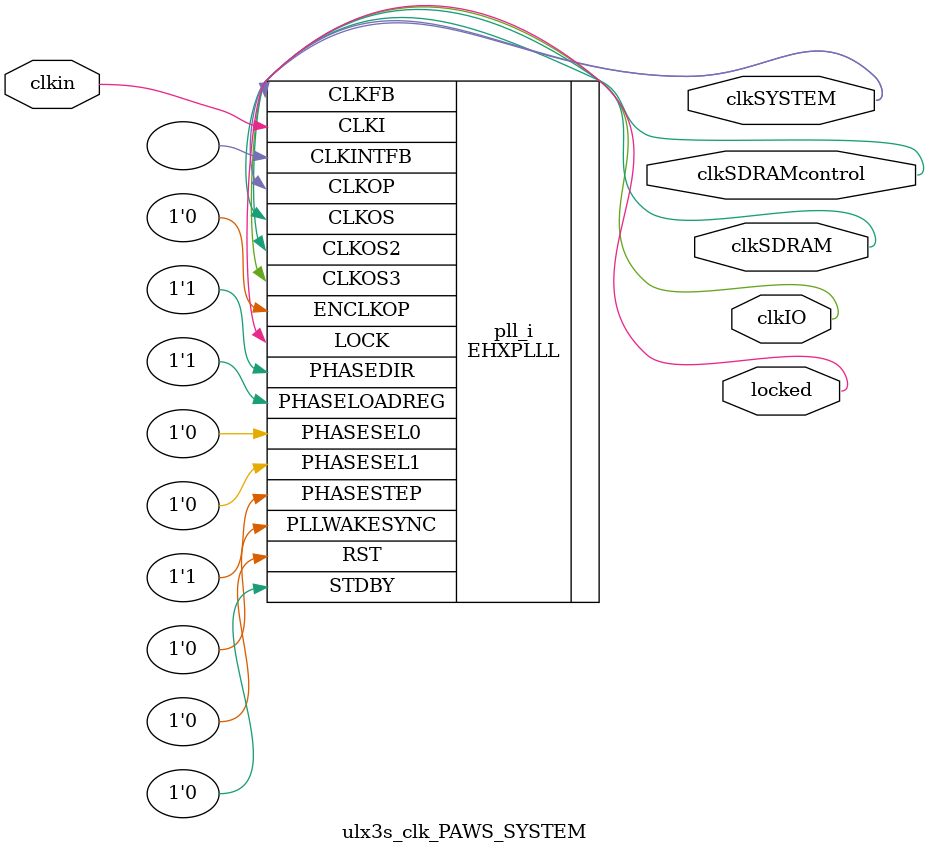
<source format=v>
module ulx3s_clk_PAWS_SYSTEM
(
    input clkin,                // 25 MHz, 0 deg
    output  clkSYSTEM,          // 50 MHz, 0 deg        // SYSTEM CLOCK, memory
    output  clkIO,              // 50 MHz, 0 deg        // SYSTEM CLOCK - I/O
    output  clkSDRAM,           // 150 MHz, 0 deg       // SDRAM
    output  clkSDRAMcontrol,    // 150 MHz, 180 deg     // SDRAM controller
    output  locked
);
(* FREQUENCY_PIN_CLKI="25" *)
(* FREQUENCY_PIN_CLKOP="50" *)
(* FREQUENCY_PIN_CLKOS="25" *)
(* FREQUENCY_PIN_CLKOS2="50" *)
(* FREQUENCY_PIN_CLKOS3="50" *)
(* ICP_CURRENT="12" *) (* LPF_RESISTOR="8" *) (* MFG_ENABLE_FILTEROPAMP="1" *) (* MFG_GMCREF_SEL="2" *)
EHXPLLL #(
        .PLLRST_ENA("DISABLED"),
        .INTFB_WAKE("DISABLED"),
        .STDBY_ENABLE("DISABLED"),
        .DPHASE_SOURCE("DISABLED"),
        .OUTDIVIDER_MUXA("DIVA"),
        .OUTDIVIDER_MUXB("DIVB"),
        .OUTDIVIDER_MUXC("DIVC"),
        .OUTDIVIDER_MUXD("DIVD"),
        .CLKI_DIV(1),
        .CLKOP_ENABLE("ENABLED"),
        .CLKOP_DIV(12),
        .CLKOP_CPHASE(5),
        .CLKOP_FPHASE(0),
        .CLKOS_ENABLE("ENABLED"),
        .CLKOS_DIV(4),
        .CLKOS_CPHASE(5),
        .CLKOS_FPHASE(0),
        .CLKOS2_ENABLE("ENABLED"),
        .CLKOS2_DIV(4),
        .CLKOS2_CPHASE(11),
        .CLKOS2_FPHASE(0),
        .CLKOS3_ENABLE("ENABLED"),
        .CLKOS3_DIV(12),
        .CLKOS3_CPHASE(5),
        .CLKOS3_FPHASE(0),

        .FEEDBK_PATH("CLKOP"),
        .CLKFB_DIV(2)
    ) pll_i (
        .RST(1'b0),
        .STDBY(1'b0),
        .CLKI(clkin),
        .CLKOP(clkSYSTEM),
        .CLKOS(clkSDRAMcontrol),
        .CLKOS2(clkSDRAM),
        .CLKOS3(clkIO),
        .CLKFB(clkSYSTEM),
        .CLKINTFB(),
        .PHASESEL0(1'b0),
        .PHASESEL1(1'b0),
        .PHASEDIR(1'b1),
        .PHASESTEP(1'b1),
        .PHASELOADREG(1'b1),
        .PLLWAKESYNC(1'b0),
        .ENCLKOP(1'b0),
        .LOCK(locked)
	);
endmodule

</source>
